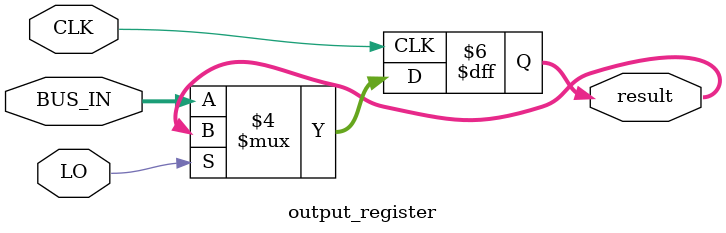
<source format=v>
module output_register #(parameter WIDTH=8)(input CLK,
input LO,
input [WIDTH-1:0] BUS_IN,
output reg [WIDTH-1:0] result
);

always @(posedge CLK)
 begin
	if(!LO)
	 begin
		result<=BUS_IN;
	 end
	else
	 begin
		result<=result;
	 end
 end




endmodule

</source>
